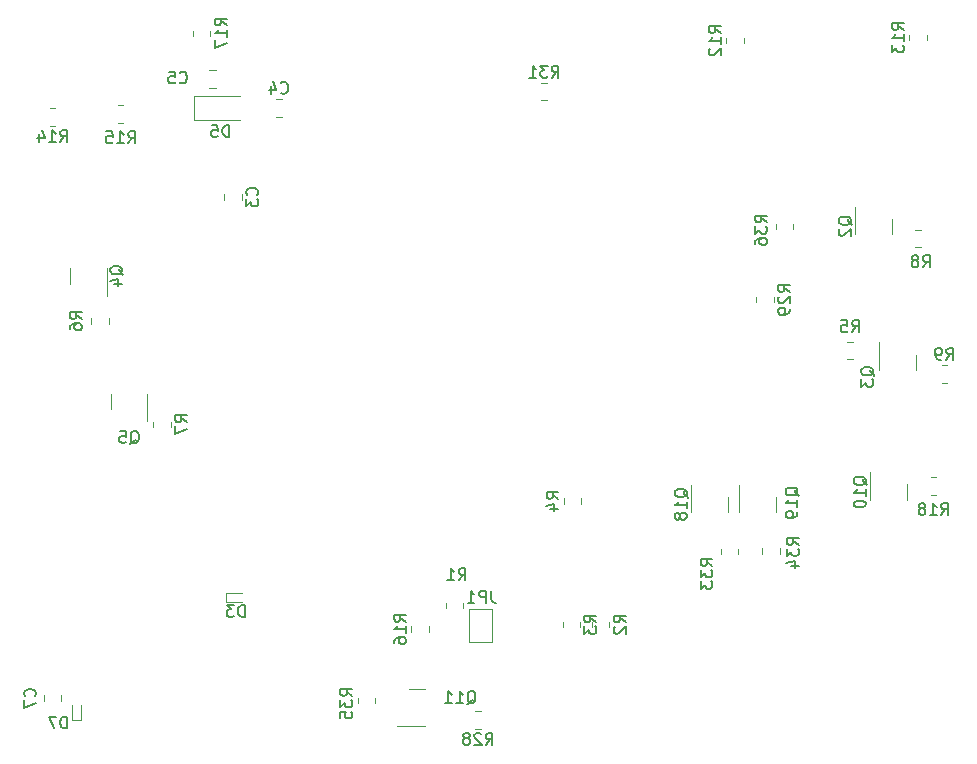
<source format=gbr>
%TF.GenerationSoftware,KiCad,Pcbnew,(6.0.10)*%
%TF.CreationDate,2023-01-27T01:53:32-05:00*%
%TF.ProjectId,webasto-mainboard,77656261-7374-46f2-9d6d-61696e626f61,1.0*%
%TF.SameCoordinates,Original*%
%TF.FileFunction,Legend,Bot*%
%TF.FilePolarity,Positive*%
%FSLAX46Y46*%
G04 Gerber Fmt 4.6, Leading zero omitted, Abs format (unit mm)*
G04 Created by KiCad (PCBNEW (6.0.10)) date 2023-01-27 01:53:32*
%MOMM*%
%LPD*%
G01*
G04 APERTURE LIST*
%ADD10C,0.150000*%
%ADD11C,0.120000*%
G04 APERTURE END LIST*
D10*
%TO.C,R34*%
X168152380Y-99457142D02*
X167676190Y-99123809D01*
X168152380Y-98885714D02*
X167152380Y-98885714D01*
X167152380Y-99266666D01*
X167200000Y-99361904D01*
X167247619Y-99409523D01*
X167342857Y-99457142D01*
X167485714Y-99457142D01*
X167580952Y-99409523D01*
X167628571Y-99361904D01*
X167676190Y-99266666D01*
X167676190Y-98885714D01*
X167152380Y-99790476D02*
X167152380Y-100409523D01*
X167533333Y-100076190D01*
X167533333Y-100219047D01*
X167580952Y-100314285D01*
X167628571Y-100361904D01*
X167723809Y-100409523D01*
X167961904Y-100409523D01*
X168057142Y-100361904D01*
X168104761Y-100314285D01*
X168152380Y-100219047D01*
X168152380Y-99933333D01*
X168104761Y-99838095D01*
X168057142Y-99790476D01*
X167485714Y-101266666D02*
X168152380Y-101266666D01*
X167104761Y-101028571D02*
X167819047Y-100790476D01*
X167819047Y-101409523D01*
%TO.C,R6*%
X107452380Y-80333333D02*
X106976190Y-80000000D01*
X107452380Y-79761904D02*
X106452380Y-79761904D01*
X106452380Y-80142857D01*
X106500000Y-80238095D01*
X106547619Y-80285714D01*
X106642857Y-80333333D01*
X106785714Y-80333333D01*
X106880952Y-80285714D01*
X106928571Y-80238095D01*
X106976190Y-80142857D01*
X106976190Y-79761904D01*
X106452380Y-81190476D02*
X106452380Y-81000000D01*
X106500000Y-80904761D01*
X106547619Y-80857142D01*
X106690476Y-80761904D01*
X106880952Y-80714285D01*
X107261904Y-80714285D01*
X107357142Y-80761904D01*
X107404761Y-80809523D01*
X107452380Y-80904761D01*
X107452380Y-81095238D01*
X107404761Y-81190476D01*
X107357142Y-81238095D01*
X107261904Y-81285714D01*
X107023809Y-81285714D01*
X106928571Y-81238095D01*
X106880952Y-81190476D01*
X106833333Y-81095238D01*
X106833333Y-80904761D01*
X106880952Y-80809523D01*
X106928571Y-80761904D01*
X107023809Y-80714285D01*
%TO.C,D3*%
X121238095Y-105552380D02*
X121238095Y-104552380D01*
X121000000Y-104552380D01*
X120857142Y-104600000D01*
X120761904Y-104695238D01*
X120714285Y-104790476D01*
X120666666Y-104980952D01*
X120666666Y-105123809D01*
X120714285Y-105314285D01*
X120761904Y-105409523D01*
X120857142Y-105504761D01*
X121000000Y-105552380D01*
X121238095Y-105552380D01*
X120333333Y-104552380D02*
X119714285Y-104552380D01*
X120047619Y-104933333D01*
X119904761Y-104933333D01*
X119809523Y-104980952D01*
X119761904Y-105028571D01*
X119714285Y-105123809D01*
X119714285Y-105361904D01*
X119761904Y-105457142D01*
X119809523Y-105504761D01*
X119904761Y-105552380D01*
X120190476Y-105552380D01*
X120285714Y-105504761D01*
X120333333Y-105457142D01*
%TO.C,D5*%
X119938095Y-64927380D02*
X119938095Y-63927380D01*
X119700000Y-63927380D01*
X119557142Y-63975000D01*
X119461904Y-64070238D01*
X119414285Y-64165476D01*
X119366666Y-64355952D01*
X119366666Y-64498809D01*
X119414285Y-64689285D01*
X119461904Y-64784523D01*
X119557142Y-64879761D01*
X119700000Y-64927380D01*
X119938095Y-64927380D01*
X118461904Y-63927380D02*
X118938095Y-63927380D01*
X118985714Y-64403571D01*
X118938095Y-64355952D01*
X118842857Y-64308333D01*
X118604761Y-64308333D01*
X118509523Y-64355952D01*
X118461904Y-64403571D01*
X118414285Y-64498809D01*
X118414285Y-64736904D01*
X118461904Y-64832142D01*
X118509523Y-64879761D01*
X118604761Y-64927380D01*
X118842857Y-64927380D01*
X118938095Y-64879761D01*
X118985714Y-64832142D01*
%TO.C,R3*%
X151002380Y-106033333D02*
X150526190Y-105700000D01*
X151002380Y-105461904D02*
X150002380Y-105461904D01*
X150002380Y-105842857D01*
X150050000Y-105938095D01*
X150097619Y-105985714D01*
X150192857Y-106033333D01*
X150335714Y-106033333D01*
X150430952Y-105985714D01*
X150478571Y-105938095D01*
X150526190Y-105842857D01*
X150526190Y-105461904D01*
X150002380Y-106366666D02*
X150002380Y-106985714D01*
X150383333Y-106652380D01*
X150383333Y-106795238D01*
X150430952Y-106890476D01*
X150478571Y-106938095D01*
X150573809Y-106985714D01*
X150811904Y-106985714D01*
X150907142Y-106938095D01*
X150954761Y-106890476D01*
X151002380Y-106795238D01*
X151002380Y-106509523D01*
X150954761Y-106414285D01*
X150907142Y-106366666D01*
%TO.C,R35*%
X130352380Y-112257142D02*
X129876190Y-111923809D01*
X130352380Y-111685714D02*
X129352380Y-111685714D01*
X129352380Y-112066666D01*
X129400000Y-112161904D01*
X129447619Y-112209523D01*
X129542857Y-112257142D01*
X129685714Y-112257142D01*
X129780952Y-112209523D01*
X129828571Y-112161904D01*
X129876190Y-112066666D01*
X129876190Y-111685714D01*
X129352380Y-112590476D02*
X129352380Y-113209523D01*
X129733333Y-112876190D01*
X129733333Y-113019047D01*
X129780952Y-113114285D01*
X129828571Y-113161904D01*
X129923809Y-113209523D01*
X130161904Y-113209523D01*
X130257142Y-113161904D01*
X130304761Y-113114285D01*
X130352380Y-113019047D01*
X130352380Y-112733333D01*
X130304761Y-112638095D01*
X130257142Y-112590476D01*
X129352380Y-114114285D02*
X129352380Y-113638095D01*
X129828571Y-113590476D01*
X129780952Y-113638095D01*
X129733333Y-113733333D01*
X129733333Y-113971428D01*
X129780952Y-114066666D01*
X129828571Y-114114285D01*
X129923809Y-114161904D01*
X130161904Y-114161904D01*
X130257142Y-114114285D01*
X130304761Y-114066666D01*
X130352380Y-113971428D01*
X130352380Y-113733333D01*
X130304761Y-113638095D01*
X130257142Y-113590476D01*
%TO.C,R13*%
X177052380Y-55857142D02*
X176576190Y-55523809D01*
X177052380Y-55285714D02*
X176052380Y-55285714D01*
X176052380Y-55666666D01*
X176100000Y-55761904D01*
X176147619Y-55809523D01*
X176242857Y-55857142D01*
X176385714Y-55857142D01*
X176480952Y-55809523D01*
X176528571Y-55761904D01*
X176576190Y-55666666D01*
X176576190Y-55285714D01*
X177052380Y-56809523D02*
X177052380Y-56238095D01*
X177052380Y-56523809D02*
X176052380Y-56523809D01*
X176195238Y-56428571D01*
X176290476Y-56333333D01*
X176338095Y-56238095D01*
X176052380Y-57142857D02*
X176052380Y-57761904D01*
X176433333Y-57428571D01*
X176433333Y-57571428D01*
X176480952Y-57666666D01*
X176528571Y-57714285D01*
X176623809Y-57761904D01*
X176861904Y-57761904D01*
X176957142Y-57714285D01*
X177004761Y-57666666D01*
X177052380Y-57571428D01*
X177052380Y-57285714D01*
X177004761Y-57190476D01*
X176957142Y-57142857D01*
%TO.C,R4*%
X147802380Y-95583333D02*
X147326190Y-95250000D01*
X147802380Y-95011904D02*
X146802380Y-95011904D01*
X146802380Y-95392857D01*
X146850000Y-95488095D01*
X146897619Y-95535714D01*
X146992857Y-95583333D01*
X147135714Y-95583333D01*
X147230952Y-95535714D01*
X147278571Y-95488095D01*
X147326190Y-95392857D01*
X147326190Y-95011904D01*
X147135714Y-96440476D02*
X147802380Y-96440476D01*
X146754761Y-96202380D02*
X147469047Y-95964285D01*
X147469047Y-96583333D01*
%TO.C,Q18*%
X158760254Y-95461868D02*
X158712635Y-95366630D01*
X158617396Y-95271392D01*
X158474539Y-95128535D01*
X158426920Y-95033297D01*
X158426920Y-94938058D01*
X158665015Y-94985677D02*
X158617396Y-94890439D01*
X158522158Y-94795201D01*
X158331682Y-94747582D01*
X157998349Y-94747582D01*
X157807873Y-94795201D01*
X157712635Y-94890439D01*
X157665015Y-94985677D01*
X157665015Y-95176154D01*
X157712635Y-95271392D01*
X157807873Y-95366630D01*
X157998349Y-95414249D01*
X158331682Y-95414249D01*
X158522158Y-95366630D01*
X158617396Y-95271392D01*
X158665015Y-95176154D01*
X158665015Y-94985677D01*
X158665015Y-96366630D02*
X158665015Y-95795201D01*
X158665015Y-96080916D02*
X157665015Y-96080916D01*
X157807873Y-95985677D01*
X157903111Y-95890439D01*
X157950730Y-95795201D01*
X158093587Y-96938058D02*
X158045968Y-96842820D01*
X157998349Y-96795201D01*
X157903111Y-96747582D01*
X157855492Y-96747582D01*
X157760254Y-96795201D01*
X157712635Y-96842820D01*
X157665015Y-96938058D01*
X157665015Y-97128535D01*
X157712635Y-97223773D01*
X157760254Y-97271392D01*
X157855492Y-97319011D01*
X157903111Y-97319011D01*
X157998349Y-97271392D01*
X158045968Y-97223773D01*
X158093587Y-97128535D01*
X158093587Y-96938058D01*
X158141206Y-96842820D01*
X158188825Y-96795201D01*
X158284063Y-96747582D01*
X158474539Y-96747582D01*
X158569777Y-96795201D01*
X158617396Y-96842820D01*
X158665015Y-96938058D01*
X158665015Y-97128535D01*
X158617396Y-97223773D01*
X158569777Y-97271392D01*
X158474539Y-97319011D01*
X158284063Y-97319011D01*
X158188825Y-97271392D01*
X158141206Y-97223773D01*
X158093587Y-97128535D01*
%TO.C,R17*%
X119720380Y-55473142D02*
X119244190Y-55139809D01*
X119720380Y-54901714D02*
X118720380Y-54901714D01*
X118720380Y-55282666D01*
X118768000Y-55377904D01*
X118815619Y-55425523D01*
X118910857Y-55473142D01*
X119053714Y-55473142D01*
X119148952Y-55425523D01*
X119196571Y-55377904D01*
X119244190Y-55282666D01*
X119244190Y-54901714D01*
X119720380Y-56425523D02*
X119720380Y-55854095D01*
X119720380Y-56139809D02*
X118720380Y-56139809D01*
X118863238Y-56044571D01*
X118958476Y-55949333D01*
X119006095Y-55854095D01*
X118720380Y-56758857D02*
X118720380Y-57425523D01*
X119720380Y-56996952D01*
%TO.C,Q4*%
X110947619Y-76592261D02*
X110900000Y-76497023D01*
X110804761Y-76401785D01*
X110661904Y-76258928D01*
X110614285Y-76163690D01*
X110614285Y-76068452D01*
X110852380Y-76116071D02*
X110804761Y-76020833D01*
X110709523Y-75925595D01*
X110519047Y-75877976D01*
X110185714Y-75877976D01*
X109995238Y-75925595D01*
X109900000Y-76020833D01*
X109852380Y-76116071D01*
X109852380Y-76306547D01*
X109900000Y-76401785D01*
X109995238Y-76497023D01*
X110185714Y-76544642D01*
X110519047Y-76544642D01*
X110709523Y-76497023D01*
X110804761Y-76401785D01*
X110852380Y-76306547D01*
X110852380Y-76116071D01*
X110185714Y-77401785D02*
X110852380Y-77401785D01*
X109804761Y-77163690D02*
X110519047Y-76925595D01*
X110519047Y-77544642D01*
%TO.C,R16*%
X134902380Y-105957142D02*
X134426190Y-105623809D01*
X134902380Y-105385714D02*
X133902380Y-105385714D01*
X133902380Y-105766666D01*
X133950000Y-105861904D01*
X133997619Y-105909523D01*
X134092857Y-105957142D01*
X134235714Y-105957142D01*
X134330952Y-105909523D01*
X134378571Y-105861904D01*
X134426190Y-105766666D01*
X134426190Y-105385714D01*
X134902380Y-106909523D02*
X134902380Y-106338095D01*
X134902380Y-106623809D02*
X133902380Y-106623809D01*
X134045238Y-106528571D01*
X134140476Y-106433333D01*
X134188095Y-106338095D01*
X133902380Y-107766666D02*
X133902380Y-107576190D01*
X133950000Y-107480952D01*
X133997619Y-107433333D01*
X134140476Y-107338095D01*
X134330952Y-107290476D01*
X134711904Y-107290476D01*
X134807142Y-107338095D01*
X134854761Y-107385714D01*
X134902380Y-107480952D01*
X134902380Y-107671428D01*
X134854761Y-107766666D01*
X134807142Y-107814285D01*
X134711904Y-107861904D01*
X134473809Y-107861904D01*
X134378571Y-107814285D01*
X134330952Y-107766666D01*
X134283333Y-107671428D01*
X134283333Y-107480952D01*
X134330952Y-107385714D01*
X134378571Y-107338095D01*
X134473809Y-107290476D01*
%TO.C,R28*%
X141642857Y-116402380D02*
X141976190Y-115926190D01*
X142214285Y-116402380D02*
X142214285Y-115402380D01*
X141833333Y-115402380D01*
X141738095Y-115450000D01*
X141690476Y-115497619D01*
X141642857Y-115592857D01*
X141642857Y-115735714D01*
X141690476Y-115830952D01*
X141738095Y-115878571D01*
X141833333Y-115926190D01*
X142214285Y-115926190D01*
X141261904Y-115497619D02*
X141214285Y-115450000D01*
X141119047Y-115402380D01*
X140880952Y-115402380D01*
X140785714Y-115450000D01*
X140738095Y-115497619D01*
X140690476Y-115592857D01*
X140690476Y-115688095D01*
X140738095Y-115830952D01*
X141309523Y-116402380D01*
X140690476Y-116402380D01*
X140119047Y-115830952D02*
X140214285Y-115783333D01*
X140261904Y-115735714D01*
X140309523Y-115640476D01*
X140309523Y-115592857D01*
X140261904Y-115497619D01*
X140214285Y-115450000D01*
X140119047Y-115402380D01*
X139928571Y-115402380D01*
X139833333Y-115450000D01*
X139785714Y-115497619D01*
X139738095Y-115592857D01*
X139738095Y-115640476D01*
X139785714Y-115735714D01*
X139833333Y-115783333D01*
X139928571Y-115830952D01*
X140119047Y-115830952D01*
X140214285Y-115878571D01*
X140261904Y-115926190D01*
X140309523Y-116021428D01*
X140309523Y-116211904D01*
X140261904Y-116307142D01*
X140214285Y-116354761D01*
X140119047Y-116402380D01*
X139928571Y-116402380D01*
X139833333Y-116354761D01*
X139785714Y-116307142D01*
X139738095Y-116211904D01*
X139738095Y-116021428D01*
X139785714Y-115926190D01*
X139833333Y-115878571D01*
X139928571Y-115830952D01*
%TO.C,Q3*%
X174547619Y-85154761D02*
X174500000Y-85059523D01*
X174404761Y-84964285D01*
X174261904Y-84821428D01*
X174214285Y-84726190D01*
X174214285Y-84630952D01*
X174452380Y-84678571D02*
X174404761Y-84583333D01*
X174309523Y-84488095D01*
X174119047Y-84440476D01*
X173785714Y-84440476D01*
X173595238Y-84488095D01*
X173500000Y-84583333D01*
X173452380Y-84678571D01*
X173452380Y-84869047D01*
X173500000Y-84964285D01*
X173595238Y-85059523D01*
X173785714Y-85107142D01*
X174119047Y-85107142D01*
X174309523Y-85059523D01*
X174404761Y-84964285D01*
X174452380Y-84869047D01*
X174452380Y-84678571D01*
X173452380Y-85440476D02*
X173452380Y-86059523D01*
X173833333Y-85726190D01*
X173833333Y-85869047D01*
X173880952Y-85964285D01*
X173928571Y-86011904D01*
X174023809Y-86059523D01*
X174261904Y-86059523D01*
X174357142Y-86011904D01*
X174404761Y-85964285D01*
X174452380Y-85869047D01*
X174452380Y-85583333D01*
X174404761Y-85488095D01*
X174357142Y-85440476D01*
%TO.C,C5*%
X115736666Y-60301142D02*
X115784285Y-60348761D01*
X115927142Y-60396380D01*
X116022380Y-60396380D01*
X116165238Y-60348761D01*
X116260476Y-60253523D01*
X116308095Y-60158285D01*
X116355714Y-59967809D01*
X116355714Y-59824952D01*
X116308095Y-59634476D01*
X116260476Y-59539238D01*
X116165238Y-59444000D01*
X116022380Y-59396380D01*
X115927142Y-59396380D01*
X115784285Y-59444000D01*
X115736666Y-59491619D01*
X114831904Y-59396380D02*
X115308095Y-59396380D01*
X115355714Y-59872571D01*
X115308095Y-59824952D01*
X115212857Y-59777333D01*
X114974761Y-59777333D01*
X114879523Y-59824952D01*
X114831904Y-59872571D01*
X114784285Y-59967809D01*
X114784285Y-60205904D01*
X114831904Y-60301142D01*
X114879523Y-60348761D01*
X114974761Y-60396380D01*
X115212857Y-60396380D01*
X115308095Y-60348761D01*
X115355714Y-60301142D01*
%TO.C,R7*%
X116352380Y-89083333D02*
X115876190Y-88750000D01*
X116352380Y-88511904D02*
X115352380Y-88511904D01*
X115352380Y-88892857D01*
X115400000Y-88988095D01*
X115447619Y-89035714D01*
X115542857Y-89083333D01*
X115685714Y-89083333D01*
X115780952Y-89035714D01*
X115828571Y-88988095D01*
X115876190Y-88892857D01*
X115876190Y-88511904D01*
X115352380Y-89416666D02*
X115352380Y-90083333D01*
X116352380Y-89654761D01*
%TO.C,R29*%
X167402380Y-78057142D02*
X166926190Y-77723809D01*
X167402380Y-77485714D02*
X166402380Y-77485714D01*
X166402380Y-77866666D01*
X166450000Y-77961904D01*
X166497619Y-78009523D01*
X166592857Y-78057142D01*
X166735714Y-78057142D01*
X166830952Y-78009523D01*
X166878571Y-77961904D01*
X166926190Y-77866666D01*
X166926190Y-77485714D01*
X166497619Y-78438095D02*
X166450000Y-78485714D01*
X166402380Y-78580952D01*
X166402380Y-78819047D01*
X166450000Y-78914285D01*
X166497619Y-78961904D01*
X166592857Y-79009523D01*
X166688095Y-79009523D01*
X166830952Y-78961904D01*
X167402380Y-78390476D01*
X167402380Y-79009523D01*
X167402380Y-79485714D02*
X167402380Y-79676190D01*
X167354761Y-79771428D01*
X167307142Y-79819047D01*
X167164285Y-79914285D01*
X166973809Y-79961904D01*
X166592857Y-79961904D01*
X166497619Y-79914285D01*
X166450000Y-79866666D01*
X166402380Y-79771428D01*
X166402380Y-79580952D01*
X166450000Y-79485714D01*
X166497619Y-79438095D01*
X166592857Y-79390476D01*
X166830952Y-79390476D01*
X166926190Y-79438095D01*
X166973809Y-79485714D01*
X167021428Y-79580952D01*
X167021428Y-79771428D01*
X166973809Y-79866666D01*
X166926190Y-79914285D01*
X166830952Y-79961904D01*
%TO.C,Q2*%
X172647619Y-72404761D02*
X172600000Y-72309523D01*
X172504761Y-72214285D01*
X172361904Y-72071428D01*
X172314285Y-71976190D01*
X172314285Y-71880952D01*
X172552380Y-71928571D02*
X172504761Y-71833333D01*
X172409523Y-71738095D01*
X172219047Y-71690476D01*
X171885714Y-71690476D01*
X171695238Y-71738095D01*
X171600000Y-71833333D01*
X171552380Y-71928571D01*
X171552380Y-72119047D01*
X171600000Y-72214285D01*
X171695238Y-72309523D01*
X171885714Y-72357142D01*
X172219047Y-72357142D01*
X172409523Y-72309523D01*
X172504761Y-72214285D01*
X172552380Y-72119047D01*
X172552380Y-71928571D01*
X171647619Y-72738095D02*
X171600000Y-72785714D01*
X171552380Y-72880952D01*
X171552380Y-73119047D01*
X171600000Y-73214285D01*
X171647619Y-73261904D01*
X171742857Y-73309523D01*
X171838095Y-73309523D01*
X171980952Y-73261904D01*
X172552380Y-72690476D01*
X172552380Y-73309523D01*
%TO.C,Q11*%
X140071428Y-112947619D02*
X140166666Y-112900000D01*
X140261904Y-112804761D01*
X140404761Y-112661904D01*
X140500000Y-112614285D01*
X140595238Y-112614285D01*
X140547619Y-112852380D02*
X140642857Y-112804761D01*
X140738095Y-112709523D01*
X140785714Y-112519047D01*
X140785714Y-112185714D01*
X140738095Y-111995238D01*
X140642857Y-111900000D01*
X140547619Y-111852380D01*
X140357142Y-111852380D01*
X140261904Y-111900000D01*
X140166666Y-111995238D01*
X140119047Y-112185714D01*
X140119047Y-112519047D01*
X140166666Y-112709523D01*
X140261904Y-112804761D01*
X140357142Y-112852380D01*
X140547619Y-112852380D01*
X139166666Y-112852380D02*
X139738095Y-112852380D01*
X139452380Y-112852380D02*
X139452380Y-111852380D01*
X139547619Y-111995238D01*
X139642857Y-112090476D01*
X139738095Y-112138095D01*
X138214285Y-112852380D02*
X138785714Y-112852380D01*
X138500000Y-112852380D02*
X138500000Y-111852380D01*
X138595238Y-111995238D01*
X138690476Y-112090476D01*
X138785714Y-112138095D01*
%TO.C,R5*%
X172666666Y-81452380D02*
X173000000Y-80976190D01*
X173238095Y-81452380D02*
X173238095Y-80452380D01*
X172857142Y-80452380D01*
X172761904Y-80500000D01*
X172714285Y-80547619D01*
X172666666Y-80642857D01*
X172666666Y-80785714D01*
X172714285Y-80880952D01*
X172761904Y-80928571D01*
X172857142Y-80976190D01*
X173238095Y-80976190D01*
X171761904Y-80452380D02*
X172238095Y-80452380D01*
X172285714Y-80928571D01*
X172238095Y-80880952D01*
X172142857Y-80833333D01*
X171904761Y-80833333D01*
X171809523Y-80880952D01*
X171761904Y-80928571D01*
X171714285Y-81023809D01*
X171714285Y-81261904D01*
X171761904Y-81357142D01*
X171809523Y-81404761D01*
X171904761Y-81452380D01*
X172142857Y-81452380D01*
X172238095Y-81404761D01*
X172285714Y-81357142D01*
%TO.C,C3*%
X122287142Y-69833333D02*
X122334761Y-69785714D01*
X122382380Y-69642857D01*
X122382380Y-69547619D01*
X122334761Y-69404761D01*
X122239523Y-69309523D01*
X122144285Y-69261904D01*
X121953809Y-69214285D01*
X121810952Y-69214285D01*
X121620476Y-69261904D01*
X121525238Y-69309523D01*
X121430000Y-69404761D01*
X121382380Y-69547619D01*
X121382380Y-69642857D01*
X121430000Y-69785714D01*
X121477619Y-69833333D01*
X121382380Y-70166666D02*
X121382380Y-70785714D01*
X121763333Y-70452380D01*
X121763333Y-70595238D01*
X121810952Y-70690476D01*
X121858571Y-70738095D01*
X121953809Y-70785714D01*
X122191904Y-70785714D01*
X122287142Y-70738095D01*
X122334761Y-70690476D01*
X122382380Y-70595238D01*
X122382380Y-70309523D01*
X122334761Y-70214285D01*
X122287142Y-70166666D01*
%TO.C,Q19*%
X168147619Y-95328571D02*
X168100000Y-95233333D01*
X168004761Y-95138095D01*
X167861904Y-94995238D01*
X167814285Y-94900000D01*
X167814285Y-94804761D01*
X168052380Y-94852380D02*
X168004761Y-94757142D01*
X167909523Y-94661904D01*
X167719047Y-94614285D01*
X167385714Y-94614285D01*
X167195238Y-94661904D01*
X167100000Y-94757142D01*
X167052380Y-94852380D01*
X167052380Y-95042857D01*
X167100000Y-95138095D01*
X167195238Y-95233333D01*
X167385714Y-95280952D01*
X167719047Y-95280952D01*
X167909523Y-95233333D01*
X168004761Y-95138095D01*
X168052380Y-95042857D01*
X168052380Y-94852380D01*
X168052380Y-96233333D02*
X168052380Y-95661904D01*
X168052380Y-95947619D02*
X167052380Y-95947619D01*
X167195238Y-95852380D01*
X167290476Y-95757142D01*
X167338095Y-95661904D01*
X168052380Y-96709523D02*
X168052380Y-96900000D01*
X168004761Y-96995238D01*
X167957142Y-97042857D01*
X167814285Y-97138095D01*
X167623809Y-97185714D01*
X167242857Y-97185714D01*
X167147619Y-97138095D01*
X167100000Y-97090476D01*
X167052380Y-96995238D01*
X167052380Y-96804761D01*
X167100000Y-96709523D01*
X167147619Y-96661904D01*
X167242857Y-96614285D01*
X167480952Y-96614285D01*
X167576190Y-96661904D01*
X167623809Y-96709523D01*
X167671428Y-96804761D01*
X167671428Y-96995238D01*
X167623809Y-97090476D01*
X167576190Y-97138095D01*
X167480952Y-97185714D01*
%TO.C,R31*%
X147242857Y-59902380D02*
X147576190Y-59426190D01*
X147814285Y-59902380D02*
X147814285Y-58902380D01*
X147433333Y-58902380D01*
X147338095Y-58950000D01*
X147290476Y-58997619D01*
X147242857Y-59092857D01*
X147242857Y-59235714D01*
X147290476Y-59330952D01*
X147338095Y-59378571D01*
X147433333Y-59426190D01*
X147814285Y-59426190D01*
X146909523Y-58902380D02*
X146290476Y-58902380D01*
X146623809Y-59283333D01*
X146480952Y-59283333D01*
X146385714Y-59330952D01*
X146338095Y-59378571D01*
X146290476Y-59473809D01*
X146290476Y-59711904D01*
X146338095Y-59807142D01*
X146385714Y-59854761D01*
X146480952Y-59902380D01*
X146766666Y-59902380D01*
X146861904Y-59854761D01*
X146909523Y-59807142D01*
X145338095Y-59902380D02*
X145909523Y-59902380D01*
X145623809Y-59902380D02*
X145623809Y-58902380D01*
X145719047Y-59045238D01*
X145814285Y-59140476D01*
X145909523Y-59188095D01*
%TO.C,R2*%
X153502380Y-106033333D02*
X153026190Y-105700000D01*
X153502380Y-105461904D02*
X152502380Y-105461904D01*
X152502380Y-105842857D01*
X152550000Y-105938095D01*
X152597619Y-105985714D01*
X152692857Y-106033333D01*
X152835714Y-106033333D01*
X152930952Y-105985714D01*
X152978571Y-105938095D01*
X153026190Y-105842857D01*
X153026190Y-105461904D01*
X152597619Y-106414285D02*
X152550000Y-106461904D01*
X152502380Y-106557142D01*
X152502380Y-106795238D01*
X152550000Y-106890476D01*
X152597619Y-106938095D01*
X152692857Y-106985714D01*
X152788095Y-106985714D01*
X152930952Y-106938095D01*
X153502380Y-106366666D01*
X153502380Y-106985714D01*
%TO.C,Q5*%
X111545238Y-90922619D02*
X111640476Y-90875000D01*
X111735714Y-90779761D01*
X111878571Y-90636904D01*
X111973809Y-90589285D01*
X112069047Y-90589285D01*
X112021428Y-90827380D02*
X112116666Y-90779761D01*
X112211904Y-90684523D01*
X112259523Y-90494047D01*
X112259523Y-90160714D01*
X112211904Y-89970238D01*
X112116666Y-89875000D01*
X112021428Y-89827380D01*
X111830952Y-89827380D01*
X111735714Y-89875000D01*
X111640476Y-89970238D01*
X111592857Y-90160714D01*
X111592857Y-90494047D01*
X111640476Y-90684523D01*
X111735714Y-90779761D01*
X111830952Y-90827380D01*
X112021428Y-90827380D01*
X110688095Y-89827380D02*
X111164285Y-89827380D01*
X111211904Y-90303571D01*
X111164285Y-90255952D01*
X111069047Y-90208333D01*
X110830952Y-90208333D01*
X110735714Y-90255952D01*
X110688095Y-90303571D01*
X110640476Y-90398809D01*
X110640476Y-90636904D01*
X110688095Y-90732142D01*
X110735714Y-90779761D01*
X110830952Y-90827380D01*
X111069047Y-90827380D01*
X111164285Y-90779761D01*
X111211904Y-90732142D01*
%TO.C,R9*%
X180666666Y-83802380D02*
X181000000Y-83326190D01*
X181238095Y-83802380D02*
X181238095Y-82802380D01*
X180857142Y-82802380D01*
X180761904Y-82850000D01*
X180714285Y-82897619D01*
X180666666Y-82992857D01*
X180666666Y-83135714D01*
X180714285Y-83230952D01*
X180761904Y-83278571D01*
X180857142Y-83326190D01*
X181238095Y-83326190D01*
X180190476Y-83802380D02*
X180000000Y-83802380D01*
X179904761Y-83754761D01*
X179857142Y-83707142D01*
X179761904Y-83564285D01*
X179714285Y-83373809D01*
X179714285Y-82992857D01*
X179761904Y-82897619D01*
X179809523Y-82850000D01*
X179904761Y-82802380D01*
X180095238Y-82802380D01*
X180190476Y-82850000D01*
X180238095Y-82897619D01*
X180285714Y-82992857D01*
X180285714Y-83230952D01*
X180238095Y-83326190D01*
X180190476Y-83373809D01*
X180095238Y-83421428D01*
X179904761Y-83421428D01*
X179809523Y-83373809D01*
X179761904Y-83326190D01*
X179714285Y-83230952D01*
%TO.C,C7*%
X103482142Y-112283333D02*
X103529761Y-112235714D01*
X103577380Y-112092857D01*
X103577380Y-111997619D01*
X103529761Y-111854761D01*
X103434523Y-111759523D01*
X103339285Y-111711904D01*
X103148809Y-111664285D01*
X103005952Y-111664285D01*
X102815476Y-111711904D01*
X102720238Y-111759523D01*
X102625000Y-111854761D01*
X102577380Y-111997619D01*
X102577380Y-112092857D01*
X102625000Y-112235714D01*
X102672619Y-112283333D01*
X102577380Y-112616666D02*
X102577380Y-113283333D01*
X103577380Y-112854761D01*
%TO.C,R12*%
X161552380Y-56107142D02*
X161076190Y-55773809D01*
X161552380Y-55535714D02*
X160552380Y-55535714D01*
X160552380Y-55916666D01*
X160600000Y-56011904D01*
X160647619Y-56059523D01*
X160742857Y-56107142D01*
X160885714Y-56107142D01*
X160980952Y-56059523D01*
X161028571Y-56011904D01*
X161076190Y-55916666D01*
X161076190Y-55535714D01*
X161552380Y-57059523D02*
X161552380Y-56488095D01*
X161552380Y-56773809D02*
X160552380Y-56773809D01*
X160695238Y-56678571D01*
X160790476Y-56583333D01*
X160838095Y-56488095D01*
X160647619Y-57440476D02*
X160600000Y-57488095D01*
X160552380Y-57583333D01*
X160552380Y-57821428D01*
X160600000Y-57916666D01*
X160647619Y-57964285D01*
X160742857Y-58011904D01*
X160838095Y-58011904D01*
X160980952Y-57964285D01*
X161552380Y-57392857D01*
X161552380Y-58011904D01*
%TO.C,Q10*%
X173915619Y-94424571D02*
X173868000Y-94329333D01*
X173772761Y-94234095D01*
X173629904Y-94091238D01*
X173582285Y-93996000D01*
X173582285Y-93900761D01*
X173820380Y-93948380D02*
X173772761Y-93853142D01*
X173677523Y-93757904D01*
X173487047Y-93710285D01*
X173153714Y-93710285D01*
X172963238Y-93757904D01*
X172868000Y-93853142D01*
X172820380Y-93948380D01*
X172820380Y-94138857D01*
X172868000Y-94234095D01*
X172963238Y-94329333D01*
X173153714Y-94376952D01*
X173487047Y-94376952D01*
X173677523Y-94329333D01*
X173772761Y-94234095D01*
X173820380Y-94138857D01*
X173820380Y-93948380D01*
X173820380Y-95329333D02*
X173820380Y-94757904D01*
X173820380Y-95043619D02*
X172820380Y-95043619D01*
X172963238Y-94948380D01*
X173058476Y-94853142D01*
X173106095Y-94757904D01*
X172820380Y-95948380D02*
X172820380Y-96043619D01*
X172868000Y-96138857D01*
X172915619Y-96186476D01*
X173010857Y-96234095D01*
X173201333Y-96281714D01*
X173439428Y-96281714D01*
X173629904Y-96234095D01*
X173725142Y-96186476D01*
X173772761Y-96138857D01*
X173820380Y-96043619D01*
X173820380Y-95948380D01*
X173772761Y-95853142D01*
X173725142Y-95805523D01*
X173629904Y-95757904D01*
X173439428Y-95710285D01*
X173201333Y-95710285D01*
X173010857Y-95757904D01*
X172915619Y-95805523D01*
X172868000Y-95853142D01*
X172820380Y-95948380D01*
%TO.C,JP1*%
X142133333Y-103352380D02*
X142133333Y-104066666D01*
X142180952Y-104209523D01*
X142276190Y-104304761D01*
X142419047Y-104352380D01*
X142514285Y-104352380D01*
X141657142Y-104352380D02*
X141657142Y-103352380D01*
X141276190Y-103352380D01*
X141180952Y-103400000D01*
X141133333Y-103447619D01*
X141085714Y-103542857D01*
X141085714Y-103685714D01*
X141133333Y-103780952D01*
X141180952Y-103828571D01*
X141276190Y-103876190D01*
X141657142Y-103876190D01*
X140133333Y-104352380D02*
X140704761Y-104352380D01*
X140419047Y-104352380D02*
X140419047Y-103352380D01*
X140514285Y-103495238D01*
X140609523Y-103590476D01*
X140704761Y-103638095D01*
%TO.C,D7*%
X106213095Y-115009880D02*
X106213095Y-114009880D01*
X105975000Y-114009880D01*
X105832142Y-114057500D01*
X105736904Y-114152738D01*
X105689285Y-114247976D01*
X105641666Y-114438452D01*
X105641666Y-114581309D01*
X105689285Y-114771785D01*
X105736904Y-114867023D01*
X105832142Y-114962261D01*
X105975000Y-115009880D01*
X106213095Y-115009880D01*
X105308333Y-114009880D02*
X104641666Y-114009880D01*
X105070238Y-115009880D01*
%TO.C,C4*%
X124306666Y-61167142D02*
X124354285Y-61214761D01*
X124497142Y-61262380D01*
X124592380Y-61262380D01*
X124735238Y-61214761D01*
X124830476Y-61119523D01*
X124878095Y-61024285D01*
X124925714Y-60833809D01*
X124925714Y-60690952D01*
X124878095Y-60500476D01*
X124830476Y-60405238D01*
X124735238Y-60310000D01*
X124592380Y-60262380D01*
X124497142Y-60262380D01*
X124354285Y-60310000D01*
X124306666Y-60357619D01*
X123449523Y-60595714D02*
X123449523Y-61262380D01*
X123687619Y-60214761D02*
X123925714Y-60929047D01*
X123306666Y-60929047D01*
%TO.C,R36*%
X165452380Y-72157142D02*
X164976190Y-71823809D01*
X165452380Y-71585714D02*
X164452380Y-71585714D01*
X164452380Y-71966666D01*
X164500000Y-72061904D01*
X164547619Y-72109523D01*
X164642857Y-72157142D01*
X164785714Y-72157142D01*
X164880952Y-72109523D01*
X164928571Y-72061904D01*
X164976190Y-71966666D01*
X164976190Y-71585714D01*
X164452380Y-72490476D02*
X164452380Y-73109523D01*
X164833333Y-72776190D01*
X164833333Y-72919047D01*
X164880952Y-73014285D01*
X164928571Y-73061904D01*
X165023809Y-73109523D01*
X165261904Y-73109523D01*
X165357142Y-73061904D01*
X165404761Y-73014285D01*
X165452380Y-72919047D01*
X165452380Y-72633333D01*
X165404761Y-72538095D01*
X165357142Y-72490476D01*
X164452380Y-73966666D02*
X164452380Y-73776190D01*
X164500000Y-73680952D01*
X164547619Y-73633333D01*
X164690476Y-73538095D01*
X164880952Y-73490476D01*
X165261904Y-73490476D01*
X165357142Y-73538095D01*
X165404761Y-73585714D01*
X165452380Y-73680952D01*
X165452380Y-73871428D01*
X165404761Y-73966666D01*
X165357142Y-74014285D01*
X165261904Y-74061904D01*
X165023809Y-74061904D01*
X164928571Y-74014285D01*
X164880952Y-73966666D01*
X164833333Y-73871428D01*
X164833333Y-73680952D01*
X164880952Y-73585714D01*
X164928571Y-73538095D01*
X165023809Y-73490476D01*
%TO.C,R1*%
X139366666Y-102452380D02*
X139700000Y-101976190D01*
X139938095Y-102452380D02*
X139938095Y-101452380D01*
X139557142Y-101452380D01*
X139461904Y-101500000D01*
X139414285Y-101547619D01*
X139366666Y-101642857D01*
X139366666Y-101785714D01*
X139414285Y-101880952D01*
X139461904Y-101928571D01*
X139557142Y-101976190D01*
X139938095Y-101976190D01*
X138414285Y-102452380D02*
X138985714Y-102452380D01*
X138700000Y-102452380D02*
X138700000Y-101452380D01*
X138795238Y-101595238D01*
X138890476Y-101690476D01*
X138985714Y-101738095D01*
%TO.C,R14*%
X105642857Y-65352380D02*
X105976190Y-64876190D01*
X106214285Y-65352380D02*
X106214285Y-64352380D01*
X105833333Y-64352380D01*
X105738095Y-64400000D01*
X105690476Y-64447619D01*
X105642857Y-64542857D01*
X105642857Y-64685714D01*
X105690476Y-64780952D01*
X105738095Y-64828571D01*
X105833333Y-64876190D01*
X106214285Y-64876190D01*
X104690476Y-65352380D02*
X105261904Y-65352380D01*
X104976190Y-65352380D02*
X104976190Y-64352380D01*
X105071428Y-64495238D01*
X105166666Y-64590476D01*
X105261904Y-64638095D01*
X103833333Y-64685714D02*
X103833333Y-65352380D01*
X104071428Y-64304761D02*
X104309523Y-65019047D01*
X103690476Y-65019047D01*
%TO.C,R33*%
X160852380Y-101257142D02*
X160376190Y-100923809D01*
X160852380Y-100685714D02*
X159852380Y-100685714D01*
X159852380Y-101066666D01*
X159900000Y-101161904D01*
X159947619Y-101209523D01*
X160042857Y-101257142D01*
X160185714Y-101257142D01*
X160280952Y-101209523D01*
X160328571Y-101161904D01*
X160376190Y-101066666D01*
X160376190Y-100685714D01*
X159852380Y-101590476D02*
X159852380Y-102209523D01*
X160233333Y-101876190D01*
X160233333Y-102019047D01*
X160280952Y-102114285D01*
X160328571Y-102161904D01*
X160423809Y-102209523D01*
X160661904Y-102209523D01*
X160757142Y-102161904D01*
X160804761Y-102114285D01*
X160852380Y-102019047D01*
X160852380Y-101733333D01*
X160804761Y-101638095D01*
X160757142Y-101590476D01*
X159852380Y-102542857D02*
X159852380Y-103161904D01*
X160233333Y-102828571D01*
X160233333Y-102971428D01*
X160280952Y-103066666D01*
X160328571Y-103114285D01*
X160423809Y-103161904D01*
X160661904Y-103161904D01*
X160757142Y-103114285D01*
X160804761Y-103066666D01*
X160852380Y-102971428D01*
X160852380Y-102685714D01*
X160804761Y-102590476D01*
X160757142Y-102542857D01*
%TO.C,R15*%
X111392857Y-65452380D02*
X111726190Y-64976190D01*
X111964285Y-65452380D02*
X111964285Y-64452380D01*
X111583333Y-64452380D01*
X111488095Y-64500000D01*
X111440476Y-64547619D01*
X111392857Y-64642857D01*
X111392857Y-64785714D01*
X111440476Y-64880952D01*
X111488095Y-64928571D01*
X111583333Y-64976190D01*
X111964285Y-64976190D01*
X110440476Y-65452380D02*
X111011904Y-65452380D01*
X110726190Y-65452380D02*
X110726190Y-64452380D01*
X110821428Y-64595238D01*
X110916666Y-64690476D01*
X111011904Y-64738095D01*
X109535714Y-64452380D02*
X110011904Y-64452380D01*
X110059523Y-64928571D01*
X110011904Y-64880952D01*
X109916666Y-64833333D01*
X109678571Y-64833333D01*
X109583333Y-64880952D01*
X109535714Y-64928571D01*
X109488095Y-65023809D01*
X109488095Y-65261904D01*
X109535714Y-65357142D01*
X109583333Y-65404761D01*
X109678571Y-65452380D01*
X109916666Y-65452380D01*
X110011904Y-65404761D01*
X110059523Y-65357142D01*
%TO.C,R8*%
X178666666Y-75952380D02*
X179000000Y-75476190D01*
X179238095Y-75952380D02*
X179238095Y-74952380D01*
X178857142Y-74952380D01*
X178761904Y-75000000D01*
X178714285Y-75047619D01*
X178666666Y-75142857D01*
X178666666Y-75285714D01*
X178714285Y-75380952D01*
X178761904Y-75428571D01*
X178857142Y-75476190D01*
X179238095Y-75476190D01*
X178095238Y-75380952D02*
X178190476Y-75333333D01*
X178238095Y-75285714D01*
X178285714Y-75190476D01*
X178285714Y-75142857D01*
X178238095Y-75047619D01*
X178190476Y-75000000D01*
X178095238Y-74952380D01*
X177904761Y-74952380D01*
X177809523Y-75000000D01*
X177761904Y-75047619D01*
X177714285Y-75142857D01*
X177714285Y-75190476D01*
X177761904Y-75285714D01*
X177809523Y-75333333D01*
X177904761Y-75380952D01*
X178095238Y-75380952D01*
X178190476Y-75428571D01*
X178238095Y-75476190D01*
X178285714Y-75571428D01*
X178285714Y-75761904D01*
X178238095Y-75857142D01*
X178190476Y-75904761D01*
X178095238Y-75952380D01*
X177904761Y-75952380D01*
X177809523Y-75904761D01*
X177761904Y-75857142D01*
X177714285Y-75761904D01*
X177714285Y-75571428D01*
X177761904Y-75476190D01*
X177809523Y-75428571D01*
X177904761Y-75380952D01*
%TO.C,R18*%
X180204857Y-96940380D02*
X180538190Y-96464190D01*
X180776285Y-96940380D02*
X180776285Y-95940380D01*
X180395333Y-95940380D01*
X180300095Y-95988000D01*
X180252476Y-96035619D01*
X180204857Y-96130857D01*
X180204857Y-96273714D01*
X180252476Y-96368952D01*
X180300095Y-96416571D01*
X180395333Y-96464190D01*
X180776285Y-96464190D01*
X179252476Y-96940380D02*
X179823904Y-96940380D01*
X179538190Y-96940380D02*
X179538190Y-95940380D01*
X179633428Y-96083238D01*
X179728666Y-96178476D01*
X179823904Y-96226095D01*
X178681047Y-96368952D02*
X178776285Y-96321333D01*
X178823904Y-96273714D01*
X178871523Y-96178476D01*
X178871523Y-96130857D01*
X178823904Y-96035619D01*
X178776285Y-95988000D01*
X178681047Y-95940380D01*
X178490571Y-95940380D01*
X178395333Y-95988000D01*
X178347714Y-96035619D01*
X178300095Y-96130857D01*
X178300095Y-96178476D01*
X178347714Y-96273714D01*
X178395333Y-96321333D01*
X178490571Y-96368952D01*
X178681047Y-96368952D01*
X178776285Y-96416571D01*
X178823904Y-96464190D01*
X178871523Y-96559428D01*
X178871523Y-96749904D01*
X178823904Y-96845142D01*
X178776285Y-96892761D01*
X178681047Y-96940380D01*
X178490571Y-96940380D01*
X178395333Y-96892761D01*
X178347714Y-96845142D01*
X178300095Y-96749904D01*
X178300095Y-96559428D01*
X178347714Y-96464190D01*
X178395333Y-96416571D01*
X178490571Y-96368952D01*
D11*
%TO.C,R34*%
X165065000Y-99772936D02*
X165065000Y-100227064D01*
X166535000Y-99772936D02*
X166535000Y-100227064D01*
%TO.C,R6*%
X108265000Y-80727064D02*
X108265000Y-80272936D01*
X109735000Y-80727064D02*
X109735000Y-80272936D01*
%TO.C,D3*%
X119700000Y-104300000D02*
X119700000Y-103500000D01*
X121000000Y-103500000D02*
X119700000Y-103500000D01*
X121000000Y-104300000D02*
X119700000Y-104300000D01*
%TO.C,D5*%
X116950000Y-61475000D02*
X120850000Y-61475000D01*
X116950000Y-63475000D02*
X120850000Y-63475000D01*
X116950000Y-63475000D02*
X116950000Y-61475000D01*
%TO.C,R3*%
X149635000Y-106427064D02*
X149635000Y-105972936D01*
X148165000Y-106427064D02*
X148165000Y-105972936D01*
%TO.C,R35*%
X132312649Y-112869701D02*
X132312649Y-112415573D01*
X130842649Y-112869701D02*
X130842649Y-112415573D01*
%TO.C,R13*%
X178985000Y-56272936D02*
X178985000Y-56727064D01*
X177515000Y-56272936D02*
X177515000Y-56727064D01*
%TO.C,R4*%
X149735000Y-95522936D02*
X149735000Y-95977064D01*
X148265000Y-95522936D02*
X148265000Y-95977064D01*
%TO.C,Q18*%
X159052635Y-96033297D02*
X159052635Y-96683297D01*
X162172635Y-96033297D02*
X162172635Y-96683297D01*
X162172635Y-96033297D02*
X162172635Y-95383297D01*
X159052635Y-96033297D02*
X159052635Y-94358297D01*
%TO.C,R17*%
X118337000Y-56377064D02*
X118337000Y-55922936D01*
X116867000Y-56377064D02*
X116867000Y-55922936D01*
%TO.C,Q4*%
X106440000Y-76687500D02*
X106440000Y-76037500D01*
X106440000Y-76687500D02*
X106440000Y-77337500D01*
X109560000Y-76687500D02*
X109560000Y-76037500D01*
X109560000Y-76687500D02*
X109560000Y-78362500D01*
%TO.C,R16*%
X135365000Y-106372936D02*
X135365000Y-106827064D01*
X136835000Y-106372936D02*
X136835000Y-106827064D01*
%TO.C,R28*%
X140772936Y-113565000D02*
X141227064Y-113565000D01*
X140772936Y-115035000D02*
X141227064Y-115035000D01*
%TO.C,Q3*%
X178060000Y-84000000D02*
X178060000Y-83350000D01*
X174940000Y-84000000D02*
X174940000Y-82325000D01*
X178060000Y-84000000D02*
X178060000Y-84650000D01*
X174940000Y-84000000D02*
X174940000Y-84650000D01*
%TO.C,C5*%
X118263748Y-59290000D02*
X118786252Y-59290000D01*
X118263748Y-60760000D02*
X118786252Y-60760000D01*
%TO.C,R7*%
X114985000Y-89477064D02*
X114985000Y-89022936D01*
X113515000Y-89477064D02*
X113515000Y-89022936D01*
%TO.C,R29*%
X166035000Y-78927064D02*
X166035000Y-78472936D01*
X164565000Y-78927064D02*
X164565000Y-78472936D01*
%TO.C,Q2*%
X172940000Y-72500000D02*
X172940000Y-73150000D01*
X176060000Y-72500000D02*
X176060000Y-71850000D01*
X172940000Y-72500000D02*
X172940000Y-70825000D01*
X176060000Y-72500000D02*
X176060000Y-73150000D01*
%TO.C,Q11*%
X135837500Y-111690000D02*
X135187500Y-111690000D01*
X135837500Y-114810000D02*
X134162500Y-114810000D01*
X135837500Y-114810000D02*
X136487500Y-114810000D01*
X135837500Y-111690000D02*
X136487500Y-111690000D01*
%TO.C,R5*%
X172272936Y-83735000D02*
X172727064Y-83735000D01*
X172272936Y-82265000D02*
X172727064Y-82265000D01*
%TO.C,C3*%
X120985000Y-70261252D02*
X120985000Y-69738748D01*
X119515000Y-70261252D02*
X119515000Y-69738748D01*
%TO.C,Q19*%
X166226824Y-96050667D02*
X166226824Y-95400667D01*
X163106824Y-96050667D02*
X163106824Y-96700667D01*
X163106824Y-96050667D02*
X163106824Y-94375667D01*
X166226824Y-96050667D02*
X166226824Y-96700667D01*
%TO.C,R31*%
X146827064Y-60365000D02*
X146372936Y-60365000D01*
X146827064Y-61835000D02*
X146372936Y-61835000D01*
%TO.C,R2*%
X150665000Y-106427064D02*
X150665000Y-105972936D01*
X152135000Y-106427064D02*
X152135000Y-105972936D01*
%TO.C,Q5*%
X113010000Y-87312500D02*
X113010000Y-86662500D01*
X109890000Y-87312500D02*
X109890000Y-87962500D01*
X109890000Y-87312500D02*
X109890000Y-86662500D01*
X113010000Y-87312500D02*
X113010000Y-88987500D01*
%TO.C,R9*%
X180727064Y-84265000D02*
X180272936Y-84265000D01*
X180727064Y-85735000D02*
X180272936Y-85735000D01*
%TO.C,C7*%
X104265000Y-112138748D02*
X104265000Y-112661252D01*
X105735000Y-112138748D02*
X105735000Y-112661252D01*
%TO.C,R12*%
X162015000Y-56522936D02*
X162015000Y-56977064D01*
X163485000Y-56522936D02*
X163485000Y-56977064D01*
%TO.C,Q10*%
X177328000Y-94996000D02*
X177328000Y-95646000D01*
X174208000Y-94996000D02*
X174208000Y-93321000D01*
X177328000Y-94996000D02*
X177328000Y-94346000D01*
X174208000Y-94996000D02*
X174208000Y-95646000D01*
%TO.C,JP1*%
X142200000Y-107700000D02*
X142200000Y-104900000D01*
X140200000Y-107700000D02*
X142200000Y-107700000D01*
X140200000Y-104900000D02*
X140200000Y-107700000D01*
X142200000Y-104900000D02*
X140200000Y-104900000D01*
%TO.C,D7*%
X106600000Y-112982500D02*
X106600000Y-114282500D01*
X107400000Y-114282500D02*
X106600000Y-114282500D01*
X107400000Y-112982500D02*
X107400000Y-114282500D01*
%TO.C,C4*%
X124401252Y-61755000D02*
X123878748Y-61755000D01*
X124401252Y-63225000D02*
X123878748Y-63225000D01*
%TO.C,R36*%
X167666638Y-72720619D02*
X167666638Y-72266491D01*
X166196638Y-72720619D02*
X166196638Y-72266491D01*
%TO.C,R1*%
X138265000Y-104372936D02*
X138265000Y-104827064D01*
X139735000Y-104372936D02*
X139735000Y-104827064D01*
%TO.C,R14*%
X104772936Y-62515000D02*
X105227064Y-62515000D01*
X104772936Y-63985000D02*
X105227064Y-63985000D01*
%TO.C,R33*%
X163009502Y-99801353D02*
X163009502Y-100255481D01*
X161539502Y-99801353D02*
X161539502Y-100255481D01*
%TO.C,R15*%
X110977064Y-63735000D02*
X110522936Y-63735000D01*
X110977064Y-62265000D02*
X110522936Y-62265000D01*
%TO.C,R8*%
X178477064Y-72765000D02*
X178022936Y-72765000D01*
X178477064Y-74235000D02*
X178022936Y-74235000D01*
%TO.C,R18*%
X179334936Y-95223000D02*
X179789064Y-95223000D01*
X179334936Y-93753000D02*
X179789064Y-93753000D01*
%TD*%
M02*

</source>
